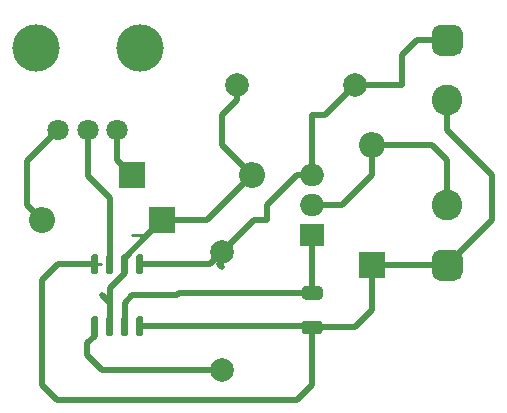
<source format=gbr>
%TF.GenerationSoftware,KiCad,Pcbnew,(5.1.9)-1*%
%TF.CreationDate,2021-03-19T20:09:11+05:30*%
%TF.ProjectId,test2,74657374-322e-46b6-9963-61645f706362,rev?*%
%TF.SameCoordinates,Original*%
%TF.FileFunction,Copper,L1,Top*%
%TF.FilePolarity,Positive*%
%FSLAX46Y46*%
G04 Gerber Fmt 4.6, Leading zero omitted, Abs format (unit mm)*
G04 Created by KiCad (PCBNEW (5.1.9)-1) date 2021-03-19 20:09:11*
%MOMM*%
%LPD*%
G01*
G04 APERTURE LIST*
%TA.AperFunction,WasherPad*%
%ADD10C,4.000000*%
%TD*%
%TA.AperFunction,ComponentPad*%
%ADD11C,1.800000*%
%TD*%
%TA.AperFunction,ComponentPad*%
%ADD12C,2.600000*%
%TD*%
%TA.AperFunction,ComponentPad*%
%ADD13O,2.000000X1.905000*%
%TD*%
%TA.AperFunction,ComponentPad*%
%ADD14R,2.000000X1.905000*%
%TD*%
%TA.AperFunction,ComponentPad*%
%ADD15O,2.200000X2.200000*%
%TD*%
%TA.AperFunction,ComponentPad*%
%ADD16R,2.200000X2.200000*%
%TD*%
%TA.AperFunction,ComponentPad*%
%ADD17C,2.000000*%
%TD*%
%TA.AperFunction,Conductor*%
%ADD18C,0.500000*%
%TD*%
%TA.AperFunction,Conductor*%
%ADD19C,0.250000*%
%TD*%
G04 APERTURE END LIST*
D10*
%TO.P,RV1,*%
%TO.N,*%
X108580000Y-83170000D03*
X99780000Y-83170000D03*
D11*
%TO.P,RV1,1*%
%TO.N,Net-(D1-Pad1)*%
X106680000Y-90170000D03*
%TO.P,RV1,2*%
%TO.N,Net-(RV1-Pad2)*%
X104180000Y-90170000D03*
%TO.P,RV1,3*%
%TO.N,Net-(D2-Pad2)*%
X101680000Y-90170000D03*
%TD*%
D12*
%TO.P,vcc1,2*%
%TO.N,+12v*%
X134620000Y-87630000D03*
%TO.P,vcc1,1*%
%TO.N,GND*%
%TA.AperFunction,ComponentPad*%
G36*
G01*
X133970000Y-81250000D02*
X135270000Y-81250000D01*
G75*
G02*
X135920000Y-81900000I0J-650000D01*
G01*
X135920000Y-83200000D01*
G75*
G02*
X135270000Y-83850000I-650000J0D01*
G01*
X133970000Y-83850000D01*
G75*
G02*
X133320000Y-83200000I0J650000D01*
G01*
X133320000Y-81900000D01*
G75*
G02*
X133970000Y-81250000I650000J0D01*
G01*
G37*
%TD.AperFunction*%
%TD*%
%TO.P,U1,8*%
%TO.N,+12v*%
%TA.AperFunction,SMDPad,CuDef*%
G36*
G01*
X108435000Y-105940000D02*
X108735000Y-105940000D01*
G75*
G02*
X108885000Y-106090000I0J-150000D01*
G01*
X108885000Y-107440000D01*
G75*
G02*
X108735000Y-107590000I-150000J0D01*
G01*
X108435000Y-107590000D01*
G75*
G02*
X108285000Y-107440000I0J150000D01*
G01*
X108285000Y-106090000D01*
G75*
G02*
X108435000Y-105940000I150000J0D01*
G01*
G37*
%TD.AperFunction*%
%TO.P,U1,7*%
%TO.N,Net-(10K1-Pad2)*%
%TA.AperFunction,SMDPad,CuDef*%
G36*
G01*
X107165000Y-105940000D02*
X107465000Y-105940000D01*
G75*
G02*
X107615000Y-106090000I0J-150000D01*
G01*
X107615000Y-107440000D01*
G75*
G02*
X107465000Y-107590000I-150000J0D01*
G01*
X107165000Y-107590000D01*
G75*
G02*
X107015000Y-107440000I0J150000D01*
G01*
X107015000Y-106090000D01*
G75*
G02*
X107165000Y-105940000I150000J0D01*
G01*
G37*
%TD.AperFunction*%
%TO.P,U1,6*%
%TO.N,/TRGTHR*%
%TA.AperFunction,SMDPad,CuDef*%
G36*
G01*
X105895000Y-105940000D02*
X106195000Y-105940000D01*
G75*
G02*
X106345000Y-106090000I0J-150000D01*
G01*
X106345000Y-107440000D01*
G75*
G02*
X106195000Y-107590000I-150000J0D01*
G01*
X105895000Y-107590000D01*
G75*
G02*
X105745000Y-107440000I0J150000D01*
G01*
X105745000Y-106090000D01*
G75*
G02*
X105895000Y-105940000I150000J0D01*
G01*
G37*
%TD.AperFunction*%
%TO.P,U1,5*%
%TO.N,Net-(100pfd1-Pad1)*%
%TA.AperFunction,SMDPad,CuDef*%
G36*
G01*
X104625000Y-105940000D02*
X104925000Y-105940000D01*
G75*
G02*
X105075000Y-106090000I0J-150000D01*
G01*
X105075000Y-107440000D01*
G75*
G02*
X104925000Y-107590000I-150000J0D01*
G01*
X104625000Y-107590000D01*
G75*
G02*
X104475000Y-107440000I0J150000D01*
G01*
X104475000Y-106090000D01*
G75*
G02*
X104625000Y-105940000I150000J0D01*
G01*
G37*
%TD.AperFunction*%
%TO.P,U1,4*%
%TO.N,+12v*%
%TA.AperFunction,SMDPad,CuDef*%
G36*
G01*
X104625000Y-100690000D02*
X104925000Y-100690000D01*
G75*
G02*
X105075000Y-100840000I0J-150000D01*
G01*
X105075000Y-102190000D01*
G75*
G02*
X104925000Y-102340000I-150000J0D01*
G01*
X104625000Y-102340000D01*
G75*
G02*
X104475000Y-102190000I0J150000D01*
G01*
X104475000Y-100840000D01*
G75*
G02*
X104625000Y-100690000I150000J0D01*
G01*
G37*
%TD.AperFunction*%
%TO.P,U1,3*%
%TO.N,Net-(RV1-Pad2)*%
%TA.AperFunction,SMDPad,CuDef*%
G36*
G01*
X105895000Y-100690000D02*
X106195000Y-100690000D01*
G75*
G02*
X106345000Y-100840000I0J-150000D01*
G01*
X106345000Y-102190000D01*
G75*
G02*
X106195000Y-102340000I-150000J0D01*
G01*
X105895000Y-102340000D01*
G75*
G02*
X105745000Y-102190000I0J150000D01*
G01*
X105745000Y-100840000D01*
G75*
G02*
X105895000Y-100690000I150000J0D01*
G01*
G37*
%TD.AperFunction*%
%TO.P,U1,2*%
%TO.N,/TRGTHR*%
%TA.AperFunction,SMDPad,CuDef*%
G36*
G01*
X107165000Y-100690000D02*
X107465000Y-100690000D01*
G75*
G02*
X107615000Y-100840000I0J-150000D01*
G01*
X107615000Y-102190000D01*
G75*
G02*
X107465000Y-102340000I-150000J0D01*
G01*
X107165000Y-102340000D01*
G75*
G02*
X107015000Y-102190000I0J150000D01*
G01*
X107015000Y-100840000D01*
G75*
G02*
X107165000Y-100690000I150000J0D01*
G01*
G37*
%TD.AperFunction*%
%TO.P,U1,1*%
%TO.N,GND*%
%TA.AperFunction,SMDPad,CuDef*%
G36*
G01*
X108435000Y-100690000D02*
X108735000Y-100690000D01*
G75*
G02*
X108885000Y-100840000I0J-150000D01*
G01*
X108885000Y-102190000D01*
G75*
G02*
X108735000Y-102340000I-150000J0D01*
G01*
X108435000Y-102340000D01*
G75*
G02*
X108285000Y-102190000I0J150000D01*
G01*
X108285000Y-100840000D01*
G75*
G02*
X108435000Y-100690000I150000J0D01*
G01*
G37*
%TD.AperFunction*%
%TD*%
D13*
%TO.P,Q1,3*%
%TO.N,GND*%
X123190000Y-93980000D03*
%TO.P,Q1,2*%
%TO.N,Net-(D3-Pad2)*%
X123190000Y-96520000D03*
D14*
%TO.P,Q1,1*%
%TO.N,Net-(10K1-Pad2)*%
X123190000Y-99060000D03*
%TD*%
D12*
%TO.P,dcmotor1,2*%
%TO.N,Net-(D3-Pad2)*%
X134620000Y-96520000D03*
%TO.P,dcmotor1,1*%
%TO.N,+12v*%
%TA.AperFunction,ComponentPad*%
G36*
G01*
X135270000Y-102900000D02*
X133970000Y-102900000D01*
G75*
G02*
X133320000Y-102250000I0J650000D01*
G01*
X133320000Y-100950000D01*
G75*
G02*
X133970000Y-100300000I650000J0D01*
G01*
X135270000Y-100300000D01*
G75*
G02*
X135920000Y-100950000I0J-650000D01*
G01*
X135920000Y-102250000D01*
G75*
G02*
X135270000Y-102900000I-650000J0D01*
G01*
G37*
%TD.AperFunction*%
%TD*%
D15*
%TO.P,D3,2*%
%TO.N,Net-(D3-Pad2)*%
X128270000Y-91440000D03*
D16*
%TO.P,D3,1*%
%TO.N,+12v*%
X128270000Y-101600000D03*
%TD*%
D15*
%TO.P,D2,2*%
%TO.N,Net-(D2-Pad2)*%
X100330000Y-97790000D03*
D16*
%TO.P,D2,1*%
%TO.N,/TRGTHR*%
X110490000Y-97790000D03*
%TD*%
D15*
%TO.P,D1,2*%
%TO.N,/TRGTHR*%
X118110000Y-93980000D03*
D16*
%TO.P,D1,1*%
%TO.N,Net-(D1-Pad1)*%
X107950000Y-93980000D03*
%TD*%
%TO.P,10K1,2*%
%TO.N,Net-(10K1-Pad2)*%
%TA.AperFunction,SMDPad,CuDef*%
G36*
G01*
X123815001Y-104510000D02*
X122564999Y-104510000D01*
G75*
G02*
X122315000Y-104260001I0J249999D01*
G01*
X122315000Y-103634999D01*
G75*
G02*
X122564999Y-103385000I249999J0D01*
G01*
X123815001Y-103385000D01*
G75*
G02*
X124065000Y-103634999I0J-249999D01*
G01*
X124065000Y-104260001D01*
G75*
G02*
X123815001Y-104510000I-249999J0D01*
G01*
G37*
%TD.AperFunction*%
%TO.P,10K1,1*%
%TO.N,+12v*%
%TA.AperFunction,SMDPad,CuDef*%
G36*
G01*
X123815001Y-107435000D02*
X122564999Y-107435000D01*
G75*
G02*
X122315000Y-107185001I0J249999D01*
G01*
X122315000Y-106559999D01*
G75*
G02*
X122564999Y-106310000I249999J0D01*
G01*
X123815001Y-106310000D01*
G75*
G02*
X124065000Y-106559999I0J-249999D01*
G01*
X124065000Y-107185001D01*
G75*
G02*
X123815001Y-107435000I-249999J0D01*
G01*
G37*
%TD.AperFunction*%
%TD*%
D17*
%TO.P,100pfd1,2*%
%TO.N,GND*%
X115570000Y-100490000D03*
%TO.P,100pfd1,1*%
%TO.N,Net-(100pfd1-Pad1)*%
X115570000Y-110490000D03*
%TD*%
%TO.P,100nfd1,2*%
%TO.N,GND*%
X126840000Y-86360000D03*
%TO.P,100nfd1,1*%
%TO.N,/TRGTHR*%
X116840000Y-86360000D03*
%TD*%
D18*
%TO.N,GND*%
X115325000Y-101515000D02*
X115570000Y-101760000D01*
X123190000Y-94140000D02*
X123190000Y-93980000D01*
X134620000Y-82550000D02*
X132080000Y-82550000D01*
X132080000Y-82550000D02*
X130810000Y-83820000D01*
X130810000Y-83820000D02*
X130810000Y-86360000D01*
X130810000Y-86360000D02*
X126840000Y-86360000D01*
X123190000Y-93980000D02*
X123190000Y-88900000D01*
X124300000Y-88900000D02*
X126840000Y-86360000D01*
X123190000Y-88900000D02*
X124300000Y-88900000D01*
X114545000Y-101515000D02*
X115570000Y-100490000D01*
X108585000Y-101515000D02*
X114545000Y-101515000D01*
X115570000Y-100490000D02*
X118270000Y-97790000D01*
X118270000Y-97790000D02*
X119380000Y-97790000D01*
X119380000Y-97790000D02*
X119380000Y-96520000D01*
X121920000Y-93980000D02*
X123190000Y-93980000D01*
X119380000Y-96520000D02*
X121920000Y-93980000D01*
%TO.N,/TRGTHR*%
X114300000Y-97790000D02*
X118110000Y-93980000D01*
X110490000Y-97790000D02*
X114300000Y-97790000D01*
X107315000Y-101515000D02*
X107315000Y-100965000D01*
X116840000Y-87630000D02*
X116840000Y-86360000D01*
X115570000Y-88900000D02*
X116840000Y-87630000D01*
X115570000Y-91440000D02*
X115570000Y-88900000D01*
X118110000Y-93980000D02*
X115570000Y-91440000D01*
X106045000Y-106765000D02*
X106045000Y-104775000D01*
X106045000Y-104775000D02*
X105410000Y-104140000D01*
X107315000Y-101515000D02*
X107315000Y-102235000D01*
X106045000Y-103505000D02*
X106045000Y-104775000D01*
X107315000Y-102235000D02*
X106045000Y-103505000D01*
X107315000Y-100965000D02*
X109220000Y-99060000D01*
D19*
X109220000Y-99060000D02*
X107950000Y-99060000D01*
D18*
X109220000Y-99060000D02*
X110490000Y-97790000D01*
%TO.N,Net-(100pfd1-Pad1)*%
X104775000Y-107590000D02*
X104140000Y-108225000D01*
X104775000Y-106765000D02*
X104775000Y-107590000D01*
X104140000Y-108225000D02*
X104140000Y-109220000D01*
X115570000Y-110490000D02*
X105410000Y-110490000D01*
X105410000Y-110490000D02*
X104140000Y-109220000D01*
%TO.N,Net-(10K1-Pad2)*%
X123190000Y-103947500D02*
X123190000Y-99060000D01*
X107315000Y-106765000D02*
X107315000Y-106045000D01*
X107315000Y-106765000D02*
X107315000Y-104775000D01*
X107315000Y-104775000D02*
X107950000Y-104140000D01*
X107950000Y-104140000D02*
X111760000Y-104140000D01*
X111952500Y-103947500D02*
X123190000Y-103947500D01*
X111760000Y-104140000D02*
X111952500Y-103947500D01*
%TO.N,+12v*%
X134620000Y-87630000D02*
X134620000Y-90170000D01*
X134620000Y-90170000D02*
X138430000Y-93980000D01*
X138430000Y-97790000D02*
X134620000Y-101600000D01*
X138430000Y-93980000D02*
X138430000Y-97790000D01*
X134620000Y-101600000D02*
X128270000Y-101600000D01*
X128270000Y-101600000D02*
X128270000Y-105410000D01*
X126807500Y-106872500D02*
X123190000Y-106872500D01*
X128270000Y-105410000D02*
X126807500Y-106872500D01*
X123082500Y-106765000D02*
X123190000Y-106872500D01*
X108585000Y-106765000D02*
X123082500Y-106765000D01*
X104775000Y-101515000D02*
X101685000Y-101515000D01*
X101685000Y-101515000D02*
X100330000Y-102870000D01*
X100330000Y-102870000D02*
X100330000Y-111760000D01*
X123190000Y-106872500D02*
X123190000Y-111760000D01*
X123190000Y-111760000D02*
X121920000Y-113030000D01*
X121920000Y-113030000D02*
X101600000Y-113030000D01*
X101600000Y-113030000D02*
X100330000Y-111760000D01*
D19*
X105325000Y-101515000D02*
X104775000Y-101515000D01*
D18*
%TO.N,Net-(D3-Pad2)*%
X128270000Y-91440000D02*
X133350000Y-91440000D01*
X134620000Y-92710000D02*
X134620000Y-96520000D01*
X133350000Y-91440000D02*
X134620000Y-92710000D01*
X128270000Y-93980000D02*
X128270000Y-91440000D01*
X125730000Y-96520000D02*
X128270000Y-93980000D01*
X123190000Y-96520000D02*
X125730000Y-96520000D01*
%TO.N,Net-(D1-Pad1)*%
X106680000Y-92710000D02*
X107950000Y-93980000D01*
X106680000Y-90170000D02*
X106680000Y-92710000D01*
%TO.N,Net-(D2-Pad2)*%
X100330000Y-97790000D02*
X99060000Y-96520000D01*
X99060000Y-92790000D02*
X101680000Y-90170000D01*
X99060000Y-96520000D02*
X99060000Y-92790000D01*
%TO.N,Net-(RV1-Pad2)*%
X104180000Y-90170000D02*
X104180000Y-94020000D01*
X104180000Y-94020000D02*
X106045000Y-95885000D01*
X106045000Y-95885000D02*
X106045000Y-101515000D01*
D19*
X104180000Y-94020000D02*
X105410000Y-95250000D01*
%TD*%
M02*

</source>
